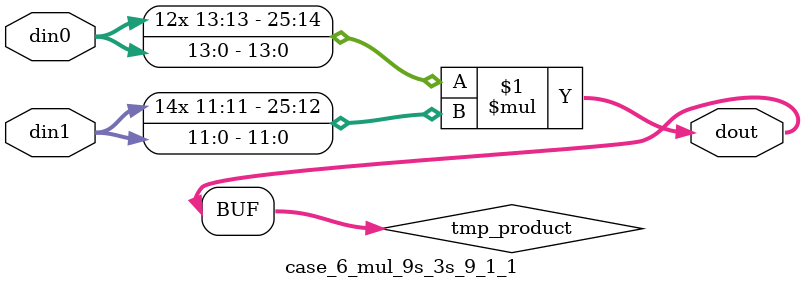
<source format=v>

`timescale 1 ns / 1 ps

 module case_6_mul_9s_3s_9_1_1(din0, din1, dout);
parameter ID = 1;
parameter NUM_STAGE = 0;
parameter din0_WIDTH = 14;
parameter din1_WIDTH = 12;
parameter dout_WIDTH = 26;

input [din0_WIDTH - 1 : 0] din0; 
input [din1_WIDTH - 1 : 0] din1; 
output [dout_WIDTH - 1 : 0] dout;

wire signed [dout_WIDTH - 1 : 0] tmp_product;



























assign tmp_product = $signed(din0) * $signed(din1);








assign dout = tmp_product;





















endmodule

</source>
